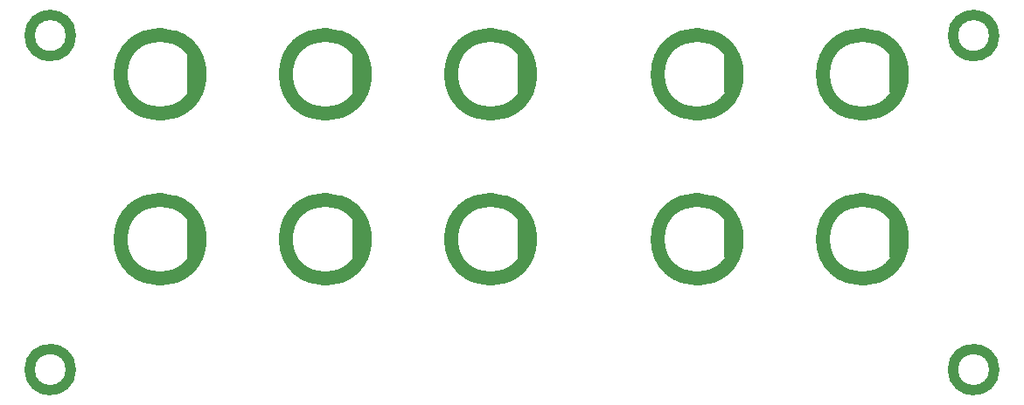
<source format=gbs>
G04 #@! TF.FileFunction,Soldermask,Bot*
%FSLAX46Y46*%
G04 Gerber Fmt 4.6, Leading zero omitted, Abs format (unit mm)*
G04 Created by KiCad (PCBNEW no-bzr-kicad_new3d-viewer) date 07/10/16 17:34:00*
%MOMM*%
%LPD*%
G01*
G04 APERTURE LIST*
%ADD10C,0.150000*%
%ADD11C,1.000000*%
%ADD12C,0.700000*%
%ADD13C,1.350000*%
G04 APERTURE END LIST*
D10*
D11*
X128656034Y-41094890D02*
G75*
G03X128656034Y-41094890I-2000000J0D01*
G01*
X128656034Y-73494890D02*
G75*
G03X128656034Y-73494890I-2000000J0D01*
G01*
X39256034Y-73494890D02*
G75*
G03X39256034Y-73494890I-2000000J0D01*
G01*
X39256034Y-41094890D02*
G75*
G03X39256034Y-41094890I-2000000J0D01*
G01*
D12*
X118820000Y-59250000D02*
X118820000Y-62450000D01*
D13*
X119730000Y-60850000D02*
G75*
G03X119730000Y-60850000I-3830000J0D01*
G01*
D12*
X102820000Y-59250000D02*
X102820000Y-62450000D01*
D13*
X103730000Y-60850000D02*
G75*
G03X103730000Y-60850000I-3830000J0D01*
G01*
D12*
X118820000Y-43250000D02*
X118820000Y-46450000D01*
D13*
X119730000Y-44850000D02*
G75*
G03X119730000Y-44850000I-3830000J0D01*
G01*
D12*
X102820000Y-43250000D02*
X102820000Y-46450000D01*
D13*
X103730000Y-44850000D02*
G75*
G03X103730000Y-44850000I-3830000J0D01*
G01*
D12*
X82820000Y-59250000D02*
X82820000Y-62450000D01*
D13*
X83730000Y-60850000D02*
G75*
G03X83730000Y-60850000I-3830000J0D01*
G01*
D12*
X66820000Y-59250000D02*
X66820000Y-62450000D01*
D13*
X67730000Y-60850000D02*
G75*
G03X67730000Y-60850000I-3830000J0D01*
G01*
D12*
X50820000Y-59250000D02*
X50820000Y-62450000D01*
D13*
X51730000Y-60850000D02*
G75*
G03X51730000Y-60850000I-3830000J0D01*
G01*
D12*
X82820000Y-43250000D02*
X82820000Y-46450000D01*
D13*
X83730000Y-44850000D02*
G75*
G03X83730000Y-44850000I-3830000J0D01*
G01*
D12*
X66820000Y-43250000D02*
X66820000Y-46450000D01*
D13*
X67730000Y-44850000D02*
G75*
G03X67730000Y-44850000I-3830000J0D01*
G01*
D12*
X50820000Y-43250000D02*
X50820000Y-46450000D01*
D13*
X51730000Y-44850000D02*
G75*
G03X51730000Y-44850000I-3830000J0D01*
G01*
M02*

</source>
